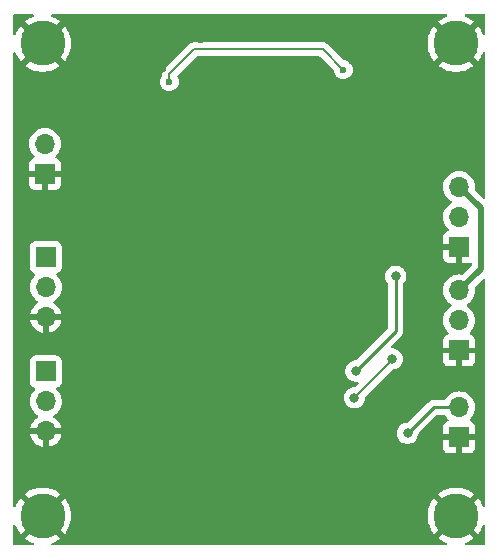
<source format=gbr>
%TF.GenerationSoftware,KiCad,Pcbnew,8.0.8*%
%TF.CreationDate,2025-06-12T11:50:17+02:00*%
%TF.ProjectId,LedDimmer,4c656444-696d-46d6-9572-2e6b69636164,rev?*%
%TF.SameCoordinates,Original*%
%TF.FileFunction,Copper,L2,Bot*%
%TF.FilePolarity,Positive*%
%FSLAX46Y46*%
G04 Gerber Fmt 4.6, Leading zero omitted, Abs format (unit mm)*
G04 Created by KiCad (PCBNEW 8.0.8) date 2025-06-12 11:50:17*
%MOMM*%
%LPD*%
G01*
G04 APERTURE LIST*
%TA.AperFunction,ComponentPad*%
%ADD10C,2.600000*%
%TD*%
%TA.AperFunction,ConnectorPad*%
%ADD11C,3.800000*%
%TD*%
%TA.AperFunction,ComponentPad*%
%ADD12R,1.700000X1.700000*%
%TD*%
%TA.AperFunction,ComponentPad*%
%ADD13O,1.700000X1.700000*%
%TD*%
%TA.AperFunction,ViaPad*%
%ADD14C,0.800000*%
%TD*%
%TA.AperFunction,ViaPad*%
%ADD15C,0.600000*%
%TD*%
%TA.AperFunction,Conductor*%
%ADD16C,0.200000*%
%TD*%
%TA.AperFunction,Conductor*%
%ADD17C,0.250000*%
%TD*%
%TA.AperFunction,Conductor*%
%ADD18C,0.500000*%
%TD*%
G04 APERTURE END LIST*
D10*
%TO.P,H4,1,1*%
%TO.N,GND*%
X40430000Y-62010000D03*
D11*
X40430000Y-62010000D03*
%TD*%
D12*
%TO.P,J5,1,Pin_1*%
%TO.N,GND*%
X75700000Y-88000000D03*
D13*
%TO.P,J5,2,Pin_2*%
%TO.N,Net-(J5-Pin_2)*%
X75700000Y-85460000D03*
%TO.P,J5,3,Pin_3*%
%TO.N,+3.3V*%
X75700000Y-82920000D03*
%TD*%
D10*
%TO.P,H2,1,1*%
%TO.N,GND*%
X75430000Y-102010000D03*
D11*
X75430000Y-102010000D03*
%TD*%
D12*
%TO.P,J1,1,Pin_1*%
%TO.N,Net-(J1-Pin_1)*%
X40700000Y-80100000D03*
D13*
%TO.P,J1,2,Pin_2*%
%TO.N,Net-(D2-K)*%
X40700000Y-82640000D03*
%TO.P,J1,3,Pin_3*%
%TO.N,GND*%
X40700000Y-85180000D03*
%TD*%
D12*
%TO.P,J2,1,Pin_1*%
%TO.N,GND*%
X40630000Y-73050000D03*
D13*
%TO.P,J2,2,Pin_2*%
%TO.N,/PWR*%
X40630000Y-70510000D03*
%TD*%
D10*
%TO.P,H3,1,1*%
%TO.N,GND*%
X40430000Y-102010000D03*
D11*
X40430000Y-102010000D03*
%TD*%
D12*
%TO.P,J6,1,Pin_1*%
%TO.N,GND*%
X75700000Y-95350000D03*
D13*
%TO.P,J6,2,Pin_2*%
%TO.N,Net-(J6-Pin_2)*%
X75700000Y-92810000D03*
%TD*%
D12*
%TO.P,J4,1,Pin_1*%
%TO.N,GND*%
X75700000Y-79225000D03*
D13*
%TO.P,J4,2,Pin_2*%
%TO.N,Net-(J4-Pin_2)*%
X75700000Y-76685000D03*
%TO.P,J4,3,Pin_3*%
%TO.N,+3.3V*%
X75700000Y-74145000D03*
%TD*%
D12*
%TO.P,J3,1,Pin_1*%
%TO.N,Net-(J3-Pin_1)*%
X40700000Y-89775000D03*
D13*
%TO.P,J3,2,Pin_2*%
%TO.N,Net-(D6-K)*%
X40700000Y-92315000D03*
%TO.P,J3,3,Pin_3*%
%TO.N,GND*%
X40700000Y-94855000D03*
%TD*%
D10*
%TO.P,H1,1,1*%
%TO.N,GND*%
X75430000Y-62010000D03*
D11*
X75430000Y-62010000D03*
%TD*%
D14*
%TO.N,/AN1*%
X70030000Y-88710000D03*
X66830000Y-92010000D03*
%TO.N,Net-(J6-Pin_2)*%
X71330000Y-95010000D03*
%TO.N,/AN0*%
X66951232Y-89731232D03*
X70330000Y-81710000D03*
D15*
%TO.N,GND*%
X56830000Y-90710000D03*
X55830000Y-94910000D03*
X46830000Y-83710000D03*
X58528000Y-65378000D03*
X52940000Y-67156000D03*
X56330000Y-63310000D03*
X68930000Y-76510000D03*
X66430000Y-67010000D03*
X65530000Y-72110000D03*
X59930000Y-61510000D03*
X49430000Y-64410000D03*
X65530000Y-73410000D03*
X65230000Y-88310000D03*
X68430000Y-74010000D03*
X59925000Y-65378000D03*
X70430000Y-76510000D03*
X61630000Y-63310000D03*
X68053000Y-62076000D03*
X52930000Y-76510000D03*
X53530000Y-66210000D03*
X53830000Y-61710000D03*
X66730000Y-73910000D03*
X48430000Y-72010000D03*
X57230000Y-61510000D03*
X45430000Y-76510000D03*
X59930000Y-76510000D03*
X69430000Y-73010000D03*
X77430000Y-65010000D03*
X53448000Y-67664000D03*
X72130000Y-59910000D03*
X47430000Y-72010000D03*
X70930000Y-74010000D03*
X75741274Y-68006948D03*
X40530000Y-75010000D03*
X49430000Y-72010000D03*
X50430000Y-72010000D03*
X65530000Y-68210000D03*
X57258000Y-65378000D03*
X64030000Y-86710000D03*
X43130000Y-60110000D03*
X50530000Y-81110000D03*
X50330000Y-91110000D03*
X70930000Y-73010000D03*
X70930000Y-75510000D03*
X67430000Y-76510000D03*
X66630000Y-63510000D03*
X77130000Y-68010000D03*
X63030000Y-61410000D03*
X73930000Y-80310000D03*
X38530000Y-64610000D03*
X58830000Y-63310000D03*
X54430000Y-76510000D03*
X61195000Y-65378000D03*
X46730000Y-93410000D03*
X49930000Y-76510000D03*
X69450000Y-63219000D03*
X48430000Y-76510000D03*
X40630000Y-76510000D03*
X63527775Y-63351322D03*
X65930000Y-76510000D03*
X56930000Y-76510000D03*
X65430000Y-69510000D03*
X58430000Y-76510000D03*
X50630000Y-64210000D03*
X71430000Y-68010000D03*
X47930000Y-65010000D03*
X43930000Y-76510000D03*
X38930000Y-76510000D03*
X62465000Y-65378000D03*
X51430000Y-76510000D03*
X55988000Y-65378000D03*
X74430000Y-68010000D03*
X63735000Y-65378000D03*
X61430000Y-76510000D03*
X52940000Y-68172000D03*
X73630000Y-87110000D03*
X65005000Y-65378000D03*
X66130000Y-65910000D03*
X42430000Y-76510000D03*
X64430000Y-76510000D03*
X47630000Y-67410000D03*
X49430000Y-96510000D03*
X67037000Y-97509000D03*
X62930000Y-76510000D03*
X46930000Y-76510000D03*
X55930000Y-76510000D03*
X73030000Y-68010000D03*
%TO.N,/FB*%
X51162000Y-65251000D03*
X65894000Y-64235000D03*
%TD*%
D16*
%TO.N,/AN1*%
X70030000Y-88710000D02*
X70030000Y-88810000D01*
X70030000Y-88810000D02*
X66830000Y-92010000D01*
D17*
%TO.N,/AN0*%
X70330000Y-86352464D02*
X70330000Y-81710000D01*
X66951232Y-89731232D02*
X70330000Y-86352464D01*
%TO.N,Net-(J6-Pin_2)*%
X73530000Y-92810000D02*
X75700000Y-92810000D01*
X71330000Y-95010000D02*
X73530000Y-92810000D01*
D18*
%TO.N,+3.3V*%
X75700000Y-74145000D02*
X77530000Y-75975000D01*
X77530000Y-75975000D02*
X77530000Y-81090000D01*
X77530000Y-81090000D02*
X75700000Y-82920000D01*
D16*
%TO.N,/FB*%
X53230000Y-62510000D02*
X51162000Y-64578000D01*
X64169000Y-62510000D02*
X53230000Y-62510000D01*
X65894000Y-64235000D02*
X64169000Y-62510000D01*
X51162000Y-64578000D02*
X51162000Y-65251000D01*
%TD*%
%TA.AperFunction,Conductor*%
%TO.N,GND*%
G36*
X39590967Y-102726602D02*
G01*
X39713398Y-102849033D01*
X39847262Y-102946290D01*
X38916564Y-103876987D01*
X38916565Y-103876989D01*
X39141461Y-104040385D01*
X39141479Y-104040397D01*
X39406109Y-104185878D01*
X39406117Y-104185882D01*
X39620364Y-104270708D01*
X39675450Y-104313689D01*
X39698553Y-104379628D01*
X39682340Y-104447590D01*
X39631957Y-104495998D01*
X39574717Y-104510000D01*
X38054000Y-104510000D01*
X37986961Y-104490315D01*
X37941206Y-104437511D01*
X37930000Y-104386000D01*
X37930000Y-102865258D01*
X37949685Y-102798219D01*
X38002489Y-102752464D01*
X38071647Y-102742520D01*
X38135203Y-102771545D01*
X38171931Y-102826940D01*
X38194125Y-102895247D01*
X38194127Y-102895252D01*
X38322704Y-103168491D01*
X38322707Y-103168497D01*
X38484516Y-103423469D01*
X38565311Y-103521133D01*
X39493708Y-102592736D01*
X39590967Y-102726602D01*
G37*
%TD.AperFunction*%
%TA.AperFunction,Conductor*%
G36*
X74641756Y-59529685D02*
G01*
X74687511Y-59582489D01*
X74697455Y-59651647D01*
X74668430Y-59715203D01*
X74620364Y-59749292D01*
X74406117Y-59834117D01*
X74406109Y-59834121D01*
X74141476Y-59979604D01*
X74141471Y-59979607D01*
X73916565Y-60143010D01*
X73916564Y-60143011D01*
X74847262Y-61073709D01*
X74713398Y-61170967D01*
X74590967Y-61293398D01*
X74493709Y-61427262D01*
X73565311Y-60498864D01*
X73484520Y-60596525D01*
X73484518Y-60596528D01*
X73322707Y-60851502D01*
X73322704Y-60851508D01*
X73194127Y-61124747D01*
X73194125Y-61124752D01*
X73100805Y-61411959D01*
X73044216Y-61708609D01*
X73044215Y-61708616D01*
X73025255Y-62009994D01*
X73025255Y-62010005D01*
X73044215Y-62311383D01*
X73044216Y-62311390D01*
X73100805Y-62608040D01*
X73194125Y-62895247D01*
X73194127Y-62895252D01*
X73322704Y-63168491D01*
X73322707Y-63168497D01*
X73484516Y-63423469D01*
X73565311Y-63521133D01*
X74493708Y-62592736D01*
X74590967Y-62726602D01*
X74713398Y-62849033D01*
X74847262Y-62946290D01*
X73916564Y-63876987D01*
X73916565Y-63876989D01*
X74141461Y-64040385D01*
X74141479Y-64040397D01*
X74406109Y-64185878D01*
X74406117Y-64185882D01*
X74686889Y-64297047D01*
X74686892Y-64297048D01*
X74979399Y-64372150D01*
X75278995Y-64409999D01*
X75279007Y-64410000D01*
X75580993Y-64410000D01*
X75581004Y-64409999D01*
X75880600Y-64372150D01*
X76173107Y-64297048D01*
X76173110Y-64297047D01*
X76453882Y-64185882D01*
X76453890Y-64185878D01*
X76718520Y-64040397D01*
X76718530Y-64040390D01*
X76943433Y-63876987D01*
X76943434Y-63876987D01*
X76012737Y-62946290D01*
X76146602Y-62849033D01*
X76269033Y-62726602D01*
X76366290Y-62592737D01*
X77294687Y-63521134D01*
X77375486Y-63423464D01*
X77537292Y-63168497D01*
X77537295Y-63168491D01*
X77665872Y-62895252D01*
X77665874Y-62895247D01*
X77688069Y-62826940D01*
X77727506Y-62769265D01*
X77791865Y-62742066D01*
X77860711Y-62753981D01*
X77912187Y-62801225D01*
X77930000Y-62865258D01*
X77930000Y-75014270D01*
X77910315Y-75081309D01*
X77857511Y-75127064D01*
X77788353Y-75137008D01*
X77724797Y-75107983D01*
X77718319Y-75101951D01*
X77072869Y-74456501D01*
X77039384Y-74395178D01*
X77037022Y-74358012D01*
X77038305Y-74343354D01*
X77055659Y-74145000D01*
X77035063Y-73909592D01*
X76973903Y-73681337D01*
X76874035Y-73467171D01*
X76862082Y-73450099D01*
X76738494Y-73273597D01*
X76571402Y-73106506D01*
X76571395Y-73106501D01*
X76377834Y-72970967D01*
X76377830Y-72970965D01*
X76377828Y-72970964D01*
X76163663Y-72871097D01*
X76163659Y-72871096D01*
X76163655Y-72871094D01*
X75935413Y-72809938D01*
X75935403Y-72809936D01*
X75700001Y-72789341D01*
X75699999Y-72789341D01*
X75464596Y-72809936D01*
X75464586Y-72809938D01*
X75236344Y-72871094D01*
X75236335Y-72871098D01*
X75022171Y-72970964D01*
X75022169Y-72970965D01*
X74828597Y-73106505D01*
X74661505Y-73273597D01*
X74525965Y-73467169D01*
X74525964Y-73467171D01*
X74426098Y-73681335D01*
X74426094Y-73681344D01*
X74364938Y-73909586D01*
X74364936Y-73909596D01*
X74344341Y-74144999D01*
X74344341Y-74145000D01*
X74364936Y-74380403D01*
X74364938Y-74380413D01*
X74426094Y-74608655D01*
X74426096Y-74608659D01*
X74426097Y-74608663D01*
X74525965Y-74822830D01*
X74525967Y-74822834D01*
X74661501Y-75016395D01*
X74661506Y-75016402D01*
X74828597Y-75183493D01*
X74828603Y-75183498D01*
X75014158Y-75313425D01*
X75057783Y-75368002D01*
X75064977Y-75437500D01*
X75033454Y-75499855D01*
X75014158Y-75516575D01*
X74828597Y-75646505D01*
X74661505Y-75813597D01*
X74525965Y-76007169D01*
X74525964Y-76007171D01*
X74426098Y-76221335D01*
X74426094Y-76221344D01*
X74364938Y-76449586D01*
X74364936Y-76449596D01*
X74344341Y-76684999D01*
X74344341Y-76685000D01*
X74364936Y-76920403D01*
X74364938Y-76920413D01*
X74426094Y-77148655D01*
X74426096Y-77148659D01*
X74426097Y-77148663D01*
X74525965Y-77362830D01*
X74525967Y-77362834D01*
X74661501Y-77556395D01*
X74661506Y-77556402D01*
X74783818Y-77678714D01*
X74817303Y-77740037D01*
X74812319Y-77809729D01*
X74770447Y-77865662D01*
X74739471Y-77882577D01*
X74607912Y-77931646D01*
X74607906Y-77931649D01*
X74492812Y-78017809D01*
X74492809Y-78017812D01*
X74406649Y-78132906D01*
X74406645Y-78132913D01*
X74356403Y-78267620D01*
X74356401Y-78267627D01*
X74350000Y-78327155D01*
X74350000Y-78975000D01*
X75266988Y-78975000D01*
X75234075Y-79032007D01*
X75200000Y-79159174D01*
X75200000Y-79290826D01*
X75234075Y-79417993D01*
X75266988Y-79475000D01*
X74350000Y-79475000D01*
X74350000Y-80122844D01*
X74356401Y-80182372D01*
X74356403Y-80182379D01*
X74406645Y-80317086D01*
X74406649Y-80317093D01*
X74492809Y-80432187D01*
X74492812Y-80432190D01*
X74607906Y-80518350D01*
X74607913Y-80518354D01*
X74742620Y-80568596D01*
X74742627Y-80568598D01*
X74802155Y-80574999D01*
X74802172Y-80575000D01*
X75450000Y-80575000D01*
X75450000Y-79658012D01*
X75507007Y-79690925D01*
X75634174Y-79725000D01*
X75765826Y-79725000D01*
X75892993Y-79690925D01*
X75950000Y-79658012D01*
X75950000Y-80575000D01*
X76597828Y-80575000D01*
X76597841Y-80574999D01*
X76642243Y-80570225D01*
X76711003Y-80582629D01*
X76762141Y-80630239D01*
X76779500Y-80693514D01*
X76779500Y-80727769D01*
X76759815Y-80794808D01*
X76743181Y-80815450D01*
X76011500Y-81547130D01*
X75950177Y-81580615D01*
X75913012Y-81582977D01*
X75700002Y-81564341D01*
X75699999Y-81564341D01*
X75464596Y-81584936D01*
X75464586Y-81584938D01*
X75236344Y-81646094D01*
X75236335Y-81646098D01*
X75022171Y-81745964D01*
X75022169Y-81745965D01*
X74828597Y-81881505D01*
X74661505Y-82048597D01*
X74525965Y-82242169D01*
X74525964Y-82242171D01*
X74426098Y-82456335D01*
X74426094Y-82456344D01*
X74364938Y-82684586D01*
X74364936Y-82684596D01*
X74344341Y-82919999D01*
X74344341Y-82920000D01*
X74364936Y-83155403D01*
X74364938Y-83155413D01*
X74426094Y-83383655D01*
X74426096Y-83383659D01*
X74426097Y-83383663D01*
X74485663Y-83511402D01*
X74525965Y-83597830D01*
X74525967Y-83597834D01*
X74661501Y-83791395D01*
X74661506Y-83791402D01*
X74828597Y-83958493D01*
X74828603Y-83958498D01*
X75014158Y-84088425D01*
X75057783Y-84143002D01*
X75064977Y-84212500D01*
X75033454Y-84274855D01*
X75014158Y-84291575D01*
X74828597Y-84421505D01*
X74661505Y-84588597D01*
X74525965Y-84782169D01*
X74525964Y-84782171D01*
X74426098Y-84996335D01*
X74426094Y-84996344D01*
X74364938Y-85224586D01*
X74364936Y-85224596D01*
X74344341Y-85459999D01*
X74344341Y-85460000D01*
X74364936Y-85695403D01*
X74364938Y-85695413D01*
X74426094Y-85923655D01*
X74426096Y-85923659D01*
X74426097Y-85923663D01*
X74481284Y-86042011D01*
X74525965Y-86137830D01*
X74525967Y-86137834D01*
X74582174Y-86218105D01*
X74661501Y-86331396D01*
X74661506Y-86331402D01*
X74783818Y-86453714D01*
X74817303Y-86515037D01*
X74812319Y-86584729D01*
X74770447Y-86640662D01*
X74739471Y-86657577D01*
X74607912Y-86706646D01*
X74607906Y-86706649D01*
X74492812Y-86792809D01*
X74492809Y-86792812D01*
X74406649Y-86907906D01*
X74406645Y-86907913D01*
X74356403Y-87042620D01*
X74356401Y-87042627D01*
X74350000Y-87102155D01*
X74350000Y-87750000D01*
X75266988Y-87750000D01*
X75234075Y-87807007D01*
X75200000Y-87934174D01*
X75200000Y-88065826D01*
X75234075Y-88192993D01*
X75266988Y-88250000D01*
X74350000Y-88250000D01*
X74350000Y-88897844D01*
X74356401Y-88957372D01*
X74356403Y-88957379D01*
X74406645Y-89092086D01*
X74406649Y-89092093D01*
X74492809Y-89207187D01*
X74492812Y-89207190D01*
X74607906Y-89293350D01*
X74607913Y-89293354D01*
X74742620Y-89343596D01*
X74742627Y-89343598D01*
X74802155Y-89349999D01*
X74802172Y-89350000D01*
X75450000Y-89350000D01*
X75450000Y-88433012D01*
X75507007Y-88465925D01*
X75634174Y-88500000D01*
X75765826Y-88500000D01*
X75892993Y-88465925D01*
X75950000Y-88433012D01*
X75950000Y-89350000D01*
X76597828Y-89350000D01*
X76597844Y-89349999D01*
X76657372Y-89343598D01*
X76657379Y-89343596D01*
X76792086Y-89293354D01*
X76792093Y-89293350D01*
X76907187Y-89207190D01*
X76907190Y-89207187D01*
X76993350Y-89092093D01*
X76993354Y-89092086D01*
X77043596Y-88957379D01*
X77043598Y-88957372D01*
X77049999Y-88897844D01*
X77050000Y-88897827D01*
X77050000Y-88250000D01*
X76133012Y-88250000D01*
X76165925Y-88192993D01*
X76200000Y-88065826D01*
X76200000Y-87934174D01*
X76165925Y-87807007D01*
X76133012Y-87750000D01*
X77050000Y-87750000D01*
X77050000Y-87102172D01*
X77049999Y-87102155D01*
X77043598Y-87042627D01*
X77043596Y-87042620D01*
X76993354Y-86907913D01*
X76993350Y-86907906D01*
X76907190Y-86792812D01*
X76907187Y-86792809D01*
X76792093Y-86706649D01*
X76792088Y-86706646D01*
X76660528Y-86657577D01*
X76604595Y-86615705D01*
X76580178Y-86550241D01*
X76595030Y-86481968D01*
X76616175Y-86453720D01*
X76738495Y-86331401D01*
X76874035Y-86137830D01*
X76973903Y-85923663D01*
X77035063Y-85695408D01*
X77055659Y-85460000D01*
X77035063Y-85224592D01*
X76973903Y-84996337D01*
X76874035Y-84782171D01*
X76802495Y-84680000D01*
X76738494Y-84588597D01*
X76571402Y-84421506D01*
X76571396Y-84421501D01*
X76385842Y-84291575D01*
X76342217Y-84236998D01*
X76335023Y-84167500D01*
X76366546Y-84105145D01*
X76385842Y-84088425D01*
X76495159Y-84011880D01*
X76571401Y-83958495D01*
X76738495Y-83791401D01*
X76874035Y-83597830D01*
X76973903Y-83383663D01*
X77035063Y-83155408D01*
X77055659Y-82920000D01*
X77037022Y-82706985D01*
X77050788Y-82638486D01*
X77072866Y-82608500D01*
X77718320Y-81963047D01*
X77779642Y-81929563D01*
X77849334Y-81934547D01*
X77905267Y-81976419D01*
X77929684Y-82041883D01*
X77930000Y-82050729D01*
X77930000Y-101154741D01*
X77910315Y-101221780D01*
X77857511Y-101267535D01*
X77788353Y-101277479D01*
X77724797Y-101248454D01*
X77688069Y-101193059D01*
X77665874Y-101124752D01*
X77665872Y-101124747D01*
X77537295Y-100851508D01*
X77537292Y-100851502D01*
X77375483Y-100596530D01*
X77294686Y-100498864D01*
X76366289Y-101427261D01*
X76269033Y-101293398D01*
X76146602Y-101170967D01*
X76012736Y-101073709D01*
X76943434Y-100143011D01*
X76943433Y-100143009D01*
X76718538Y-99979614D01*
X76718520Y-99979602D01*
X76453890Y-99834121D01*
X76453882Y-99834117D01*
X76173110Y-99722952D01*
X76173107Y-99722951D01*
X75880600Y-99647849D01*
X75581004Y-99610000D01*
X75278995Y-99610000D01*
X74979399Y-99647849D01*
X74686892Y-99722951D01*
X74686889Y-99722952D01*
X74406117Y-99834117D01*
X74406109Y-99834121D01*
X74141476Y-99979604D01*
X74141471Y-99979607D01*
X73916565Y-100143010D01*
X73916564Y-100143011D01*
X74847262Y-101073709D01*
X74713398Y-101170967D01*
X74590967Y-101293398D01*
X74493709Y-101427262D01*
X73565311Y-100498864D01*
X73484520Y-100596525D01*
X73484518Y-100596528D01*
X73322707Y-100851502D01*
X73322704Y-100851508D01*
X73194127Y-101124747D01*
X73194125Y-101124752D01*
X73100805Y-101411959D01*
X73044216Y-101708609D01*
X73044215Y-101708616D01*
X73025255Y-102009994D01*
X73025255Y-102010005D01*
X73044215Y-102311383D01*
X73044216Y-102311390D01*
X73100805Y-102608040D01*
X73194125Y-102895247D01*
X73194127Y-102895252D01*
X73322704Y-103168491D01*
X73322707Y-103168497D01*
X73484516Y-103423469D01*
X73565311Y-103521133D01*
X74493708Y-102592736D01*
X74590967Y-102726602D01*
X74713398Y-102849033D01*
X74847262Y-102946290D01*
X73916564Y-103876987D01*
X73916565Y-103876989D01*
X74141461Y-104040385D01*
X74141479Y-104040397D01*
X74406109Y-104185878D01*
X74406117Y-104185882D01*
X74620364Y-104270708D01*
X74675450Y-104313689D01*
X74698553Y-104379628D01*
X74682340Y-104447590D01*
X74631957Y-104495998D01*
X74574717Y-104510000D01*
X41285283Y-104510000D01*
X41218244Y-104490315D01*
X41172489Y-104437511D01*
X41162545Y-104368353D01*
X41191570Y-104304797D01*
X41239636Y-104270708D01*
X41453882Y-104185882D01*
X41453890Y-104185878D01*
X41718520Y-104040397D01*
X41718530Y-104040390D01*
X41943433Y-103876987D01*
X41943434Y-103876987D01*
X41012737Y-102946290D01*
X41146602Y-102849033D01*
X41269033Y-102726602D01*
X41366290Y-102592737D01*
X42294687Y-103521134D01*
X42375486Y-103423464D01*
X42537292Y-103168497D01*
X42537295Y-103168491D01*
X42665872Y-102895252D01*
X42665874Y-102895247D01*
X42759194Y-102608040D01*
X42815783Y-102311390D01*
X42815784Y-102311383D01*
X42834745Y-102010005D01*
X42834745Y-102009994D01*
X42815784Y-101708616D01*
X42815783Y-101708609D01*
X42759194Y-101411959D01*
X42665874Y-101124752D01*
X42665872Y-101124747D01*
X42537295Y-100851508D01*
X42537292Y-100851502D01*
X42375483Y-100596530D01*
X42294686Y-100498864D01*
X41366289Y-101427261D01*
X41269033Y-101293398D01*
X41146602Y-101170967D01*
X41012736Y-101073709D01*
X41943434Y-100143011D01*
X41943433Y-100143009D01*
X41718538Y-99979614D01*
X41718520Y-99979602D01*
X41453890Y-99834121D01*
X41453882Y-99834117D01*
X41173110Y-99722952D01*
X41173107Y-99722951D01*
X40880600Y-99647849D01*
X40581004Y-99610000D01*
X40278995Y-99610000D01*
X39979399Y-99647849D01*
X39686892Y-99722951D01*
X39686889Y-99722952D01*
X39406117Y-99834117D01*
X39406109Y-99834121D01*
X39141476Y-99979604D01*
X39141471Y-99979607D01*
X38916565Y-100143010D01*
X38916564Y-100143011D01*
X39847262Y-101073709D01*
X39713398Y-101170967D01*
X39590967Y-101293398D01*
X39493709Y-101427262D01*
X38565311Y-100498864D01*
X38484520Y-100596525D01*
X38484518Y-100596528D01*
X38322707Y-100851502D01*
X38322704Y-100851508D01*
X38194127Y-101124747D01*
X38194125Y-101124752D01*
X38171931Y-101193059D01*
X38132493Y-101250735D01*
X38068135Y-101277933D01*
X37999288Y-101266018D01*
X37947813Y-101218774D01*
X37930000Y-101154741D01*
X37930000Y-92314999D01*
X39344341Y-92314999D01*
X39344341Y-92315000D01*
X39364936Y-92550403D01*
X39364938Y-92550413D01*
X39426094Y-92778655D01*
X39426096Y-92778659D01*
X39426097Y-92778663D01*
X39440710Y-92810000D01*
X39525965Y-92992830D01*
X39525967Y-92992834D01*
X39661501Y-93186395D01*
X39661506Y-93186402D01*
X39828597Y-93353493D01*
X39828603Y-93353498D01*
X40014594Y-93483730D01*
X40058219Y-93538307D01*
X40065413Y-93607805D01*
X40033890Y-93670160D01*
X40014595Y-93686880D01*
X39828922Y-93816890D01*
X39828920Y-93816891D01*
X39661891Y-93983920D01*
X39661886Y-93983926D01*
X39526400Y-94177420D01*
X39526399Y-94177422D01*
X39426570Y-94391507D01*
X39426567Y-94391513D01*
X39369364Y-94604999D01*
X39369364Y-94605000D01*
X40266988Y-94605000D01*
X40234075Y-94662007D01*
X40200000Y-94789174D01*
X40200000Y-94920826D01*
X40234075Y-95047993D01*
X40266988Y-95105000D01*
X39369364Y-95105000D01*
X39426567Y-95318486D01*
X39426570Y-95318492D01*
X39526399Y-95532578D01*
X39661894Y-95726082D01*
X39828917Y-95893105D01*
X40022421Y-96028600D01*
X40236507Y-96128429D01*
X40236516Y-96128433D01*
X40450000Y-96185634D01*
X40450000Y-95288012D01*
X40507007Y-95320925D01*
X40634174Y-95355000D01*
X40765826Y-95355000D01*
X40892993Y-95320925D01*
X40950000Y-95288012D01*
X40950000Y-96185633D01*
X41163483Y-96128433D01*
X41163492Y-96128429D01*
X41377578Y-96028600D01*
X41571082Y-95893105D01*
X41738105Y-95726082D01*
X41873600Y-95532578D01*
X41973429Y-95318492D01*
X41973432Y-95318486D01*
X42030636Y-95105000D01*
X41133012Y-95105000D01*
X41165925Y-95047993D01*
X41176105Y-95010000D01*
X70424540Y-95010000D01*
X70444326Y-95198256D01*
X70444327Y-95198259D01*
X70502818Y-95378277D01*
X70502821Y-95378284D01*
X70597467Y-95542216D01*
X70700826Y-95657007D01*
X70724129Y-95682888D01*
X70877265Y-95794148D01*
X70877270Y-95794151D01*
X71050192Y-95871142D01*
X71050197Y-95871144D01*
X71235354Y-95910500D01*
X71235355Y-95910500D01*
X71424644Y-95910500D01*
X71424646Y-95910500D01*
X71609803Y-95871144D01*
X71782730Y-95794151D01*
X71935871Y-95682888D01*
X72062533Y-95542216D01*
X72157179Y-95378284D01*
X72215674Y-95198256D01*
X72233321Y-95030345D01*
X72259905Y-94965732D01*
X72268952Y-94955636D01*
X73752771Y-93471819D01*
X73814094Y-93438334D01*
X73840452Y-93435500D01*
X74424773Y-93435500D01*
X74491812Y-93455185D01*
X74526348Y-93488377D01*
X74661501Y-93681396D01*
X74661506Y-93681402D01*
X74783818Y-93803714D01*
X74817303Y-93865037D01*
X74812319Y-93934729D01*
X74770447Y-93990662D01*
X74739471Y-94007577D01*
X74607912Y-94056646D01*
X74607906Y-94056649D01*
X74492812Y-94142809D01*
X74492809Y-94142812D01*
X74406649Y-94257906D01*
X74406645Y-94257913D01*
X74356403Y-94392620D01*
X74356401Y-94392627D01*
X74350000Y-94452155D01*
X74350000Y-95100000D01*
X75266988Y-95100000D01*
X75234075Y-95157007D01*
X75200000Y-95284174D01*
X75200000Y-95415826D01*
X75234075Y-95542993D01*
X75266988Y-95600000D01*
X74350000Y-95600000D01*
X74350000Y-96247844D01*
X74356401Y-96307372D01*
X74356403Y-96307379D01*
X74406645Y-96442086D01*
X74406649Y-96442093D01*
X74492809Y-96557187D01*
X74492812Y-96557190D01*
X74607906Y-96643350D01*
X74607913Y-96643354D01*
X74742620Y-96693596D01*
X74742627Y-96693598D01*
X74802155Y-96699999D01*
X74802172Y-96700000D01*
X75450000Y-96700000D01*
X75450000Y-95783012D01*
X75507007Y-95815925D01*
X75634174Y-95850000D01*
X75765826Y-95850000D01*
X75892993Y-95815925D01*
X75950000Y-95783012D01*
X75950000Y-96700000D01*
X76597828Y-96700000D01*
X76597844Y-96699999D01*
X76657372Y-96693598D01*
X76657379Y-96693596D01*
X76792086Y-96643354D01*
X76792093Y-96643350D01*
X76907187Y-96557190D01*
X76907190Y-96557187D01*
X76993350Y-96442093D01*
X76993354Y-96442086D01*
X77043596Y-96307379D01*
X77043598Y-96307372D01*
X77049999Y-96247844D01*
X77050000Y-96247827D01*
X77050000Y-95600000D01*
X76133012Y-95600000D01*
X76165925Y-95542993D01*
X76200000Y-95415826D01*
X76200000Y-95284174D01*
X76165925Y-95157007D01*
X76133012Y-95100000D01*
X77050000Y-95100000D01*
X77050000Y-94452172D01*
X77049999Y-94452155D01*
X77043598Y-94392627D01*
X77043596Y-94392620D01*
X76993354Y-94257913D01*
X76993350Y-94257906D01*
X76907190Y-94142812D01*
X76907187Y-94142809D01*
X76792093Y-94056649D01*
X76792088Y-94056646D01*
X76660528Y-94007577D01*
X76604595Y-93965705D01*
X76580178Y-93900241D01*
X76595030Y-93831968D01*
X76616175Y-93803720D01*
X76738495Y-93681401D01*
X76874035Y-93487830D01*
X76973903Y-93273663D01*
X77035063Y-93045408D01*
X77055659Y-92810000D01*
X77035063Y-92574592D01*
X76973903Y-92346337D01*
X76874035Y-92132171D01*
X76873652Y-92131623D01*
X76738494Y-91938597D01*
X76571402Y-91771506D01*
X76571395Y-91771501D01*
X76377834Y-91635967D01*
X76377830Y-91635965D01*
X76377828Y-91635964D01*
X76163663Y-91536097D01*
X76163659Y-91536096D01*
X76163655Y-91536094D01*
X75935413Y-91474938D01*
X75935403Y-91474936D01*
X75700001Y-91454341D01*
X75699999Y-91454341D01*
X75464596Y-91474936D01*
X75464586Y-91474938D01*
X75236344Y-91536094D01*
X75236335Y-91536098D01*
X75022171Y-91635964D01*
X75022169Y-91635965D01*
X74828597Y-91771505D01*
X74661505Y-91938597D01*
X74526348Y-92131623D01*
X74471771Y-92175248D01*
X74424773Y-92184500D01*
X73468389Y-92184500D01*
X73407971Y-92196518D01*
X73364743Y-92205116D01*
X73347546Y-92208537D01*
X73328420Y-92216460D01*
X73328419Y-92216459D01*
X73233715Y-92255686D01*
X73223627Y-92262428D01*
X73223626Y-92262429D01*
X73131268Y-92324140D01*
X73109074Y-92346335D01*
X73044142Y-92411267D01*
X73044139Y-92411270D01*
X71382229Y-94073181D01*
X71320906Y-94106666D01*
X71294548Y-94109500D01*
X71235354Y-94109500D01*
X71202897Y-94116398D01*
X71050197Y-94148855D01*
X71050192Y-94148857D01*
X70877270Y-94225848D01*
X70877265Y-94225851D01*
X70724129Y-94337111D01*
X70597466Y-94477785D01*
X70502821Y-94641715D01*
X70502818Y-94641722D01*
X70444327Y-94821740D01*
X70444326Y-94821744D01*
X70424540Y-95010000D01*
X41176105Y-95010000D01*
X41200000Y-94920826D01*
X41200000Y-94789174D01*
X41165925Y-94662007D01*
X41133012Y-94605000D01*
X42030636Y-94605000D01*
X42030635Y-94604999D01*
X41973432Y-94391513D01*
X41973429Y-94391507D01*
X41873600Y-94177422D01*
X41873599Y-94177420D01*
X41738113Y-93983926D01*
X41738108Y-93983920D01*
X41571078Y-93816890D01*
X41385405Y-93686879D01*
X41341780Y-93632302D01*
X41334588Y-93562804D01*
X41366110Y-93500449D01*
X41385406Y-93483730D01*
X41402417Y-93471819D01*
X41571401Y-93353495D01*
X41738495Y-93186401D01*
X41874035Y-92992830D01*
X41973903Y-92778663D01*
X42035063Y-92550408D01*
X42055659Y-92315000D01*
X42035063Y-92079592D01*
X42016416Y-92010000D01*
X65924540Y-92010000D01*
X65944326Y-92198256D01*
X65944327Y-92198259D01*
X66002818Y-92378277D01*
X66002821Y-92378284D01*
X66097467Y-92542216D01*
X66224129Y-92682888D01*
X66377265Y-92794148D01*
X66377270Y-92794151D01*
X66550192Y-92871142D01*
X66550197Y-92871144D01*
X66735354Y-92910500D01*
X66735355Y-92910500D01*
X66924644Y-92910500D01*
X66924646Y-92910500D01*
X67109803Y-92871144D01*
X67282730Y-92794151D01*
X67435871Y-92682888D01*
X67562533Y-92542216D01*
X67657179Y-92378284D01*
X67715674Y-92198256D01*
X67735460Y-92010000D01*
X67735460Y-92009997D01*
X67735460Y-92005136D01*
X67755145Y-91938097D01*
X67771779Y-91917455D01*
X70042416Y-89646819D01*
X70103739Y-89613334D01*
X70118240Y-89611774D01*
X70118178Y-89611180D01*
X70124644Y-89610500D01*
X70124646Y-89610500D01*
X70309803Y-89571144D01*
X70482730Y-89494151D01*
X70635871Y-89382888D01*
X70762533Y-89242216D01*
X70857179Y-89078284D01*
X70915674Y-88898256D01*
X70935460Y-88710000D01*
X70915674Y-88521744D01*
X70857179Y-88341716D01*
X70762533Y-88177784D01*
X70635871Y-88037112D01*
X70635870Y-88037111D01*
X70482734Y-87925851D01*
X70482729Y-87925848D01*
X70309807Y-87848857D01*
X70309802Y-87848855D01*
X70164001Y-87817865D01*
X70124646Y-87809500D01*
X70056916Y-87809500D01*
X69989877Y-87789815D01*
X69944122Y-87737011D01*
X69934178Y-87667853D01*
X69963203Y-87604297D01*
X69969235Y-87597819D01*
X70815855Y-86751200D01*
X70815855Y-86751199D01*
X70815858Y-86751197D01*
X70884312Y-86648749D01*
X70931463Y-86534915D01*
X70947615Y-86453714D01*
X70955501Y-86414072D01*
X70955501Y-86285747D01*
X70955500Y-86285721D01*
X70955500Y-82408687D01*
X70975185Y-82341648D01*
X70987350Y-82325715D01*
X71005891Y-82305122D01*
X71062533Y-82242216D01*
X71157179Y-82078284D01*
X71215674Y-81898256D01*
X71235460Y-81710000D01*
X71215674Y-81521744D01*
X71157179Y-81341716D01*
X71062533Y-81177784D01*
X70935871Y-81037112D01*
X70881877Y-80997883D01*
X70782734Y-80925851D01*
X70782729Y-80925848D01*
X70609807Y-80848857D01*
X70609802Y-80848855D01*
X70464001Y-80817865D01*
X70424646Y-80809500D01*
X70235354Y-80809500D01*
X70207361Y-80815450D01*
X70050197Y-80848855D01*
X70050192Y-80848857D01*
X69877270Y-80925848D01*
X69877265Y-80925851D01*
X69724129Y-81037111D01*
X69597466Y-81177785D01*
X69502821Y-81341715D01*
X69502818Y-81341722D01*
X69446303Y-81515659D01*
X69444326Y-81521744D01*
X69424540Y-81710000D01*
X69444326Y-81898256D01*
X69444327Y-81898259D01*
X69502818Y-82078277D01*
X69502821Y-82078284D01*
X69597467Y-82242216D01*
X69640772Y-82290310D01*
X69672650Y-82325715D01*
X69702880Y-82388706D01*
X69704500Y-82408687D01*
X69704500Y-86042011D01*
X69684815Y-86109050D01*
X69668181Y-86129692D01*
X67003461Y-88794413D01*
X66942138Y-88827898D01*
X66915780Y-88830732D01*
X66856586Y-88830732D01*
X66824129Y-88837630D01*
X66671429Y-88870087D01*
X66671424Y-88870089D01*
X66498502Y-88947080D01*
X66498497Y-88947083D01*
X66345361Y-89058343D01*
X66218698Y-89199017D01*
X66124053Y-89362947D01*
X66124050Y-89362954D01*
X66081423Y-89494148D01*
X66065558Y-89542976D01*
X66045772Y-89731232D01*
X66065558Y-89919488D01*
X66065559Y-89919491D01*
X66124050Y-90099509D01*
X66124053Y-90099516D01*
X66218699Y-90263448D01*
X66345361Y-90404120D01*
X66498497Y-90515380D01*
X66498502Y-90515383D01*
X66671424Y-90592374D01*
X66671429Y-90592376D01*
X66856586Y-90631732D01*
X66856587Y-90631732D01*
X67045864Y-90631732D01*
X67045878Y-90631732D01*
X67045891Y-90631729D01*
X67047545Y-90631555D01*
X67048514Y-90631732D01*
X67052377Y-90631732D01*
X67052377Y-90632437D01*
X67116276Y-90644113D01*
X67167308Y-90691836D01*
X67184438Y-90759574D01*
X67162227Y-90825819D01*
X67148209Y-90842555D01*
X67041056Y-90949708D01*
X66917582Y-91073182D01*
X66856262Y-91106666D01*
X66829903Y-91109500D01*
X66735354Y-91109500D01*
X66702897Y-91116398D01*
X66550197Y-91148855D01*
X66550192Y-91148857D01*
X66377270Y-91225848D01*
X66377265Y-91225851D01*
X66224129Y-91337111D01*
X66097466Y-91477785D01*
X66002821Y-91641715D01*
X66002818Y-91641722D01*
X65960649Y-91771506D01*
X65944326Y-91821744D01*
X65924540Y-92010000D01*
X42016416Y-92010000D01*
X41973903Y-91851337D01*
X41874035Y-91637171D01*
X41803263Y-91536098D01*
X41738496Y-91443600D01*
X41738495Y-91443599D01*
X41616567Y-91321671D01*
X41583084Y-91260351D01*
X41588068Y-91190659D01*
X41629939Y-91134725D01*
X41660915Y-91117810D01*
X41792331Y-91068796D01*
X41907546Y-90982546D01*
X41993796Y-90867331D01*
X42044091Y-90732483D01*
X42050500Y-90672873D01*
X42050499Y-88877128D01*
X42044091Y-88817517D01*
X41993796Y-88682669D01*
X41993795Y-88682668D01*
X41993793Y-88682664D01*
X41907547Y-88567455D01*
X41907544Y-88567452D01*
X41792335Y-88481206D01*
X41792328Y-88481202D01*
X41657482Y-88430908D01*
X41657483Y-88430908D01*
X41597883Y-88424501D01*
X41597881Y-88424500D01*
X41597873Y-88424500D01*
X41597864Y-88424500D01*
X39802129Y-88424500D01*
X39802123Y-88424501D01*
X39742516Y-88430908D01*
X39607671Y-88481202D01*
X39607664Y-88481206D01*
X39492455Y-88567452D01*
X39492452Y-88567455D01*
X39406206Y-88682664D01*
X39406202Y-88682671D01*
X39355908Y-88817517D01*
X39349501Y-88877116D01*
X39349501Y-88877123D01*
X39349500Y-88877135D01*
X39349500Y-90672870D01*
X39349501Y-90672876D01*
X39355908Y-90732483D01*
X39406202Y-90867328D01*
X39406206Y-90867335D01*
X39492452Y-90982544D01*
X39492455Y-90982547D01*
X39607664Y-91068793D01*
X39607671Y-91068797D01*
X39739081Y-91117810D01*
X39795015Y-91159681D01*
X39819432Y-91225145D01*
X39804580Y-91293418D01*
X39783430Y-91321673D01*
X39661503Y-91443600D01*
X39525965Y-91637169D01*
X39525964Y-91637171D01*
X39426098Y-91851335D01*
X39426094Y-91851344D01*
X39364938Y-92079586D01*
X39364936Y-92079596D01*
X39344341Y-92314999D01*
X37930000Y-92314999D01*
X37930000Y-82639999D01*
X39344341Y-82639999D01*
X39344341Y-82640000D01*
X39364936Y-82875403D01*
X39364938Y-82875413D01*
X39426094Y-83103655D01*
X39426096Y-83103659D01*
X39426097Y-83103663D01*
X39525965Y-83317830D01*
X39525967Y-83317834D01*
X39634281Y-83472521D01*
X39661505Y-83511401D01*
X39828599Y-83678495D01*
X39989845Y-83791401D01*
X40014594Y-83808730D01*
X40058219Y-83863307D01*
X40065413Y-83932805D01*
X40033890Y-83995160D01*
X40014595Y-84011880D01*
X39828922Y-84141890D01*
X39828920Y-84141891D01*
X39661891Y-84308920D01*
X39661886Y-84308926D01*
X39526400Y-84502420D01*
X39526399Y-84502422D01*
X39426570Y-84716507D01*
X39426567Y-84716513D01*
X39369364Y-84929999D01*
X39369364Y-84930000D01*
X40266988Y-84930000D01*
X40234075Y-84987007D01*
X40200000Y-85114174D01*
X40200000Y-85245826D01*
X40234075Y-85372993D01*
X40266988Y-85430000D01*
X39369364Y-85430000D01*
X39426567Y-85643486D01*
X39426570Y-85643492D01*
X39526399Y-85857578D01*
X39661894Y-86051082D01*
X39828917Y-86218105D01*
X40022421Y-86353600D01*
X40236507Y-86453429D01*
X40236516Y-86453433D01*
X40450000Y-86510634D01*
X40450000Y-85613012D01*
X40507007Y-85645925D01*
X40634174Y-85680000D01*
X40765826Y-85680000D01*
X40892993Y-85645925D01*
X40950000Y-85613012D01*
X40950000Y-86510633D01*
X41163483Y-86453433D01*
X41163492Y-86453429D01*
X41377578Y-86353600D01*
X41571082Y-86218105D01*
X41738105Y-86051082D01*
X41873600Y-85857578D01*
X41973429Y-85643492D01*
X41973432Y-85643486D01*
X42030636Y-85430000D01*
X41133012Y-85430000D01*
X41165925Y-85372993D01*
X41200000Y-85245826D01*
X41200000Y-85114174D01*
X41165925Y-84987007D01*
X41133012Y-84930000D01*
X42030636Y-84930000D01*
X42030635Y-84929999D01*
X41973432Y-84716513D01*
X41973429Y-84716507D01*
X41873600Y-84502422D01*
X41873599Y-84502420D01*
X41738113Y-84308926D01*
X41738108Y-84308920D01*
X41571078Y-84141890D01*
X41385405Y-84011879D01*
X41341780Y-83957302D01*
X41334588Y-83887804D01*
X41366110Y-83825449D01*
X41385406Y-83808730D01*
X41410153Y-83791402D01*
X41571401Y-83678495D01*
X41738495Y-83511401D01*
X41874035Y-83317830D01*
X41973903Y-83103663D01*
X42035063Y-82875408D01*
X42055659Y-82640000D01*
X42035063Y-82404592D01*
X41973903Y-82176337D01*
X41874035Y-81962171D01*
X41829281Y-81898256D01*
X41738496Y-81768600D01*
X41679896Y-81710000D01*
X41616567Y-81646671D01*
X41583084Y-81585351D01*
X41588068Y-81515659D01*
X41629939Y-81459725D01*
X41660915Y-81442810D01*
X41792331Y-81393796D01*
X41907546Y-81307546D01*
X41993796Y-81192331D01*
X42044091Y-81057483D01*
X42050500Y-80997873D01*
X42050499Y-79202128D01*
X42044091Y-79142517D01*
X42027860Y-79099000D01*
X41993797Y-79007671D01*
X41993793Y-79007664D01*
X41907547Y-78892455D01*
X41907544Y-78892452D01*
X41792335Y-78806206D01*
X41792328Y-78806202D01*
X41657482Y-78755908D01*
X41657483Y-78755908D01*
X41597883Y-78749501D01*
X41597881Y-78749500D01*
X41597873Y-78749500D01*
X41597864Y-78749500D01*
X39802129Y-78749500D01*
X39802123Y-78749501D01*
X39742516Y-78755908D01*
X39607671Y-78806202D01*
X39607664Y-78806206D01*
X39492455Y-78892452D01*
X39492452Y-78892455D01*
X39406206Y-79007664D01*
X39406202Y-79007671D01*
X39355908Y-79142517D01*
X39349501Y-79202116D01*
X39349501Y-79202123D01*
X39349500Y-79202135D01*
X39349500Y-80997870D01*
X39349501Y-80997876D01*
X39355908Y-81057483D01*
X39406202Y-81192328D01*
X39406206Y-81192335D01*
X39492452Y-81307544D01*
X39492455Y-81307547D01*
X39607664Y-81393793D01*
X39607671Y-81393797D01*
X39739081Y-81442810D01*
X39795015Y-81484681D01*
X39819432Y-81550145D01*
X39804580Y-81618418D01*
X39783430Y-81646673D01*
X39661503Y-81768600D01*
X39525965Y-81962169D01*
X39525964Y-81962171D01*
X39426098Y-82176335D01*
X39426094Y-82176344D01*
X39364938Y-82404586D01*
X39364936Y-82404596D01*
X39344341Y-82639999D01*
X37930000Y-82639999D01*
X37930000Y-70509999D01*
X39274341Y-70509999D01*
X39274341Y-70510000D01*
X39294936Y-70745403D01*
X39294938Y-70745413D01*
X39356094Y-70973655D01*
X39356096Y-70973659D01*
X39356097Y-70973663D01*
X39455965Y-71187830D01*
X39455967Y-71187834D01*
X39564281Y-71342521D01*
X39591501Y-71381396D01*
X39591506Y-71381402D01*
X39713818Y-71503714D01*
X39747303Y-71565037D01*
X39742319Y-71634729D01*
X39700447Y-71690662D01*
X39669471Y-71707577D01*
X39537912Y-71756646D01*
X39537906Y-71756649D01*
X39422812Y-71842809D01*
X39422809Y-71842812D01*
X39336649Y-71957906D01*
X39336645Y-71957913D01*
X39286403Y-72092620D01*
X39286401Y-72092627D01*
X39280000Y-72152155D01*
X39280000Y-72800000D01*
X40196988Y-72800000D01*
X40164075Y-72857007D01*
X40130000Y-72984174D01*
X40130000Y-73115826D01*
X40164075Y-73242993D01*
X40196988Y-73300000D01*
X39280000Y-73300000D01*
X39280000Y-73947844D01*
X39286401Y-74007372D01*
X39286403Y-74007379D01*
X39336645Y-74142086D01*
X39336649Y-74142093D01*
X39422809Y-74257187D01*
X39422812Y-74257190D01*
X39537906Y-74343350D01*
X39537913Y-74343354D01*
X39672620Y-74393596D01*
X39672627Y-74393598D01*
X39732155Y-74399999D01*
X39732172Y-74400000D01*
X40380000Y-74400000D01*
X40380000Y-73483012D01*
X40437007Y-73515925D01*
X40564174Y-73550000D01*
X40695826Y-73550000D01*
X40822993Y-73515925D01*
X40880000Y-73483012D01*
X40880000Y-74400000D01*
X41527828Y-74400000D01*
X41527844Y-74399999D01*
X41587372Y-74393598D01*
X41587379Y-74393596D01*
X41722086Y-74343354D01*
X41722093Y-74343350D01*
X41837187Y-74257190D01*
X41837190Y-74257187D01*
X41923350Y-74142093D01*
X41923354Y-74142086D01*
X41973596Y-74007379D01*
X41973598Y-74007372D01*
X41979999Y-73947844D01*
X41980000Y-73947827D01*
X41980000Y-73300000D01*
X41063012Y-73300000D01*
X41095925Y-73242993D01*
X41130000Y-73115826D01*
X41130000Y-72984174D01*
X41095925Y-72857007D01*
X41063012Y-72800000D01*
X41980000Y-72800000D01*
X41980000Y-72152172D01*
X41979999Y-72152155D01*
X41973598Y-72092627D01*
X41973596Y-72092620D01*
X41923354Y-71957913D01*
X41923350Y-71957906D01*
X41837190Y-71842812D01*
X41837187Y-71842809D01*
X41722093Y-71756649D01*
X41722088Y-71756646D01*
X41590528Y-71707577D01*
X41534595Y-71665705D01*
X41510178Y-71600241D01*
X41525030Y-71531968D01*
X41546175Y-71503720D01*
X41668495Y-71381401D01*
X41804035Y-71187830D01*
X41903903Y-70973663D01*
X41965063Y-70745408D01*
X41985659Y-70510000D01*
X41965063Y-70274592D01*
X41903903Y-70046337D01*
X41804035Y-69832171D01*
X41668495Y-69638599D01*
X41668494Y-69638597D01*
X41501402Y-69471506D01*
X41501395Y-69471501D01*
X41307834Y-69335967D01*
X41307830Y-69335965D01*
X41307828Y-69335964D01*
X41093663Y-69236097D01*
X41093659Y-69236096D01*
X41093655Y-69236094D01*
X40865413Y-69174938D01*
X40865403Y-69174936D01*
X40630001Y-69154341D01*
X40629999Y-69154341D01*
X40394596Y-69174936D01*
X40394586Y-69174938D01*
X40166344Y-69236094D01*
X40166335Y-69236098D01*
X39952171Y-69335964D01*
X39952169Y-69335965D01*
X39758597Y-69471505D01*
X39591505Y-69638597D01*
X39455965Y-69832169D01*
X39455964Y-69832171D01*
X39356098Y-70046335D01*
X39356094Y-70046344D01*
X39294938Y-70274586D01*
X39294936Y-70274596D01*
X39274341Y-70509999D01*
X37930000Y-70509999D01*
X37930000Y-65250996D01*
X50356435Y-65250996D01*
X50356435Y-65251003D01*
X50376630Y-65430249D01*
X50376631Y-65430254D01*
X50436211Y-65600523D01*
X50532184Y-65753262D01*
X50659738Y-65880816D01*
X50812478Y-65976789D01*
X50982745Y-66036368D01*
X50982750Y-66036369D01*
X51161996Y-66056565D01*
X51162000Y-66056565D01*
X51162004Y-66056565D01*
X51341249Y-66036369D01*
X51341252Y-66036368D01*
X51341255Y-66036368D01*
X51511522Y-65976789D01*
X51664262Y-65880816D01*
X51791816Y-65753262D01*
X51887789Y-65600522D01*
X51947368Y-65430255D01*
X51967565Y-65251000D01*
X51947368Y-65071745D01*
X51887789Y-64901478D01*
X51887788Y-64901476D01*
X51887788Y-64901475D01*
X51863212Y-64862364D01*
X51844211Y-64795128D01*
X51864578Y-64728292D01*
X51880519Y-64708715D01*
X53442417Y-63146819D01*
X53503740Y-63113334D01*
X53530098Y-63110500D01*
X63868903Y-63110500D01*
X63935942Y-63130185D01*
X63956584Y-63146819D01*
X65063298Y-64253533D01*
X65096783Y-64314856D01*
X65098837Y-64327330D01*
X65108630Y-64414249D01*
X65168210Y-64584521D01*
X65246244Y-64708710D01*
X65264184Y-64737262D01*
X65391738Y-64864816D01*
X65544478Y-64960789D01*
X65714745Y-65020368D01*
X65714750Y-65020369D01*
X65893996Y-65040565D01*
X65894000Y-65040565D01*
X65894004Y-65040565D01*
X66073249Y-65020369D01*
X66073252Y-65020368D01*
X66073255Y-65020368D01*
X66243522Y-64960789D01*
X66396262Y-64864816D01*
X66523816Y-64737262D01*
X66619789Y-64584522D01*
X66679368Y-64414255D01*
X66679369Y-64414249D01*
X66699565Y-64235003D01*
X66699565Y-64234996D01*
X66679369Y-64055750D01*
X66679368Y-64055745D01*
X66619789Y-63885478D01*
X66523816Y-63732738D01*
X66396262Y-63605184D01*
X66243521Y-63509210D01*
X66073249Y-63449630D01*
X65986330Y-63439837D01*
X65921916Y-63412770D01*
X65912533Y-63404298D01*
X64656590Y-62148355D01*
X64656588Y-62148352D01*
X64537717Y-62029481D01*
X64537716Y-62029480D01*
X64450904Y-61979360D01*
X64450904Y-61979359D01*
X64450900Y-61979358D01*
X64400785Y-61950423D01*
X64248057Y-61909499D01*
X64089943Y-61909499D01*
X64082347Y-61909499D01*
X64082331Y-61909500D01*
X53316670Y-61909500D01*
X53316654Y-61909499D01*
X53309058Y-61909499D01*
X53150943Y-61909499D01*
X53074579Y-61929961D01*
X52998214Y-61950423D01*
X52998209Y-61950426D01*
X52861290Y-62029475D01*
X52861282Y-62029481D01*
X50681481Y-64209282D01*
X50681479Y-64209285D01*
X50631361Y-64296094D01*
X50631359Y-64296096D01*
X50602425Y-64346209D01*
X50602424Y-64346210D01*
X50586544Y-64405472D01*
X50561499Y-64498943D01*
X50561499Y-64498945D01*
X50561499Y-64667046D01*
X50561500Y-64667059D01*
X50561500Y-64668587D01*
X50541815Y-64735626D01*
X50534450Y-64745896D01*
X50532186Y-64748734D01*
X50436211Y-64901476D01*
X50376631Y-65071745D01*
X50376630Y-65071750D01*
X50356435Y-65250996D01*
X37930000Y-65250996D01*
X37930000Y-62865258D01*
X37949685Y-62798219D01*
X38002489Y-62752464D01*
X38071647Y-62742520D01*
X38135203Y-62771545D01*
X38171931Y-62826940D01*
X38194125Y-62895247D01*
X38194127Y-62895252D01*
X38322704Y-63168491D01*
X38322707Y-63168497D01*
X38484516Y-63423469D01*
X38565311Y-63521133D01*
X39493708Y-62592736D01*
X39590967Y-62726602D01*
X39713398Y-62849033D01*
X39847262Y-62946290D01*
X38916564Y-63876987D01*
X38916565Y-63876989D01*
X39141461Y-64040385D01*
X39141479Y-64040397D01*
X39406109Y-64185878D01*
X39406117Y-64185882D01*
X39686889Y-64297047D01*
X39686892Y-64297048D01*
X39979399Y-64372150D01*
X40278995Y-64409999D01*
X40279007Y-64410000D01*
X40580993Y-64410000D01*
X40581004Y-64409999D01*
X40880600Y-64372150D01*
X41173107Y-64297048D01*
X41173110Y-64297047D01*
X41453882Y-64185882D01*
X41453890Y-64185878D01*
X41718520Y-64040397D01*
X41718530Y-64040390D01*
X41943433Y-63876987D01*
X41943434Y-63876987D01*
X41012737Y-62946290D01*
X41146602Y-62849033D01*
X41269033Y-62726602D01*
X41366290Y-62592737D01*
X42294687Y-63521134D01*
X42375486Y-63423464D01*
X42537292Y-63168497D01*
X42537295Y-63168491D01*
X42665872Y-62895252D01*
X42665874Y-62895247D01*
X42759194Y-62608040D01*
X42815783Y-62311390D01*
X42815784Y-62311383D01*
X42834745Y-62010005D01*
X42834745Y-62009994D01*
X42815784Y-61708616D01*
X42815783Y-61708609D01*
X42759194Y-61411959D01*
X42665874Y-61124752D01*
X42665872Y-61124747D01*
X42537295Y-60851508D01*
X42537292Y-60851502D01*
X42375483Y-60596530D01*
X42294686Y-60498864D01*
X41366289Y-61427261D01*
X41269033Y-61293398D01*
X41146602Y-61170967D01*
X41012736Y-61073709D01*
X41943434Y-60143011D01*
X41943433Y-60143009D01*
X41718538Y-59979614D01*
X41718520Y-59979602D01*
X41453890Y-59834121D01*
X41453882Y-59834117D01*
X41239636Y-59749292D01*
X41184550Y-59706311D01*
X41161447Y-59640372D01*
X41177660Y-59572410D01*
X41228043Y-59524002D01*
X41285283Y-59510000D01*
X74574717Y-59510000D01*
X74641756Y-59529685D01*
G37*
%TD.AperFunction*%
%TA.AperFunction,Conductor*%
G36*
X77294687Y-103521134D02*
G01*
X77375486Y-103423464D01*
X77537292Y-103168497D01*
X77537295Y-103168491D01*
X77665872Y-102895252D01*
X77665874Y-102895247D01*
X77688069Y-102826940D01*
X77727506Y-102769265D01*
X77791865Y-102742066D01*
X77860711Y-102753981D01*
X77912187Y-102801225D01*
X77930000Y-102865258D01*
X77930000Y-104386000D01*
X77910315Y-104453039D01*
X77857511Y-104498794D01*
X77806000Y-104510000D01*
X76285283Y-104510000D01*
X76218244Y-104490315D01*
X76172489Y-104437511D01*
X76162545Y-104368353D01*
X76191570Y-104304797D01*
X76239636Y-104270708D01*
X76453882Y-104185882D01*
X76453890Y-104185878D01*
X76718520Y-104040397D01*
X76718530Y-104040390D01*
X76943433Y-103876987D01*
X76943434Y-103876987D01*
X76012737Y-102946290D01*
X76146602Y-102849033D01*
X76269033Y-102726602D01*
X76366290Y-102592737D01*
X77294687Y-103521134D01*
G37*
%TD.AperFunction*%
%TA.AperFunction,Conductor*%
G36*
X39641756Y-59529685D02*
G01*
X39687511Y-59582489D01*
X39697455Y-59651647D01*
X39668430Y-59715203D01*
X39620364Y-59749292D01*
X39406117Y-59834117D01*
X39406109Y-59834121D01*
X39141476Y-59979604D01*
X39141471Y-59979607D01*
X38916565Y-60143010D01*
X38916564Y-60143011D01*
X39847262Y-61073709D01*
X39713398Y-61170967D01*
X39590967Y-61293398D01*
X39493709Y-61427262D01*
X38565311Y-60498864D01*
X38484520Y-60596525D01*
X38484518Y-60596528D01*
X38322707Y-60851502D01*
X38322704Y-60851508D01*
X38194127Y-61124747D01*
X38194125Y-61124752D01*
X38171931Y-61193059D01*
X38132493Y-61250735D01*
X38068135Y-61277933D01*
X37999288Y-61266018D01*
X37947813Y-61218774D01*
X37930000Y-61154741D01*
X37930000Y-59634000D01*
X37949685Y-59566961D01*
X38002489Y-59521206D01*
X38054000Y-59510000D01*
X39574717Y-59510000D01*
X39641756Y-59529685D01*
G37*
%TD.AperFunction*%
%TA.AperFunction,Conductor*%
G36*
X77873039Y-59529685D02*
G01*
X77918794Y-59582489D01*
X77930000Y-59634000D01*
X77930000Y-61154741D01*
X77910315Y-61221780D01*
X77857511Y-61267535D01*
X77788353Y-61277479D01*
X77724797Y-61248454D01*
X77688069Y-61193059D01*
X77665874Y-61124752D01*
X77665872Y-61124747D01*
X77537295Y-60851508D01*
X77537292Y-60851502D01*
X77375483Y-60596530D01*
X77294686Y-60498864D01*
X76366289Y-61427261D01*
X76269033Y-61293398D01*
X76146602Y-61170967D01*
X76012736Y-61073709D01*
X76943434Y-60143011D01*
X76943433Y-60143009D01*
X76718538Y-59979614D01*
X76718520Y-59979602D01*
X76453890Y-59834121D01*
X76453882Y-59834117D01*
X76239636Y-59749292D01*
X76184550Y-59706311D01*
X76161447Y-59640372D01*
X76177660Y-59572410D01*
X76228043Y-59524002D01*
X76285283Y-59510000D01*
X77806000Y-59510000D01*
X77873039Y-59529685D01*
G37*
%TD.AperFunction*%
%TD*%
M02*

</source>
